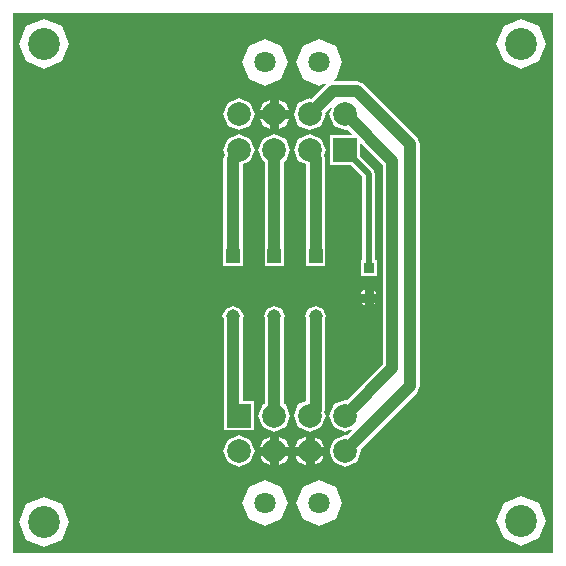
<source format=gtl>
G04*
G04 #@! TF.GenerationSoftware,Altium Limited,Altium Designer,19.1.7 (138)*
G04*
G04 Layer_Physical_Order=1*
G04 Layer_Color=255*
%FSLAX25Y25*%
%MOIN*%
G70*
G01*
G75*
%ADD20C,0.03000*%
%ADD21C,0.04000*%
%ADD22C,0.02000*%
%ADD23C,0.04500*%
%ADD24R,0.04500X0.04500*%
%ADD25C,0.07087*%
%ADD26R,0.07874X0.07874*%
%ADD27C,0.07874*%
%ADD28C,0.03543*%
%ADD29R,0.03543X0.03543*%
%ADD30C,0.10630*%
G36*
X169636Y-10187D02*
X-10187D01*
X-10187Y169636D01*
X169636D01*
Y-10187D01*
D02*
G37*
%LPC*%
G36*
X159055Y167776D02*
X153167Y165337D01*
X150728Y159449D01*
X153167Y153561D01*
X159055Y151122D01*
X164943Y153561D01*
X167382Y159449D01*
X164943Y165337D01*
X159055Y167776D01*
D02*
G37*
G36*
X0D02*
X-5888Y165337D01*
X-8327Y159449D01*
X-5888Y153561D01*
X0Y151122D01*
X5888Y153561D01*
X8327Y159449D01*
X5888Y165337D01*
X0Y167776D01*
D02*
G37*
G36*
X73622Y160837D02*
X68186Y158586D01*
X65934Y153150D01*
X68186Y147714D01*
X73622Y145462D01*
X79058Y147714D01*
X81310Y153150D01*
X79058Y158586D01*
X73622Y160837D01*
D02*
G37*
G36*
X91732D02*
X86296Y158586D01*
X84045Y153150D01*
X86296Y147714D01*
X91732Y145462D01*
X93757Y146301D01*
X94041Y145877D01*
X89114Y140950D01*
X88583Y141171D01*
X84804Y139605D01*
X83239Y135827D01*
X84804Y132048D01*
X88583Y130483D01*
X92361Y132048D01*
X93927Y135827D01*
X93706Y136358D01*
X95470Y138122D01*
X95885Y137844D01*
X95050Y135827D01*
X96615Y132048D01*
X100394Y130483D01*
X101141Y130793D01*
X102519Y129415D01*
X102328Y128953D01*
X95457D01*
Y119079D01*
X102269D01*
X106103Y115245D01*
Y87417D01*
X105496D01*
Y81874D01*
X111039D01*
Y87417D01*
X110433D01*
Y116142D01*
X109799Y117673D01*
X105331Y122140D01*
Y125950D01*
X105793Y126141D01*
X112895Y119039D01*
Y52526D01*
X100925Y40557D01*
X100394Y40777D01*
X96615Y39212D01*
X95050Y35433D01*
X96615Y31655D01*
X100394Y30089D01*
X102411Y30925D01*
X102689Y30509D01*
X100925Y28746D01*
X100394Y28966D01*
X96615Y27401D01*
X95050Y23622D01*
X96615Y19843D01*
X100394Y18278D01*
X104172Y19843D01*
X105737Y23622D01*
X105517Y24153D01*
X124343Y42979D01*
X125294Y45276D01*
Y125984D01*
X124343Y128280D01*
X106627Y145997D01*
X104331Y146948D01*
X96626D01*
X96527Y147448D01*
X97168Y147714D01*
X99420Y153150D01*
X97168Y158586D01*
X91732Y160837D01*
D02*
G37*
G36*
X77272Y140963D02*
Y136327D01*
X81908D01*
X80550Y139605D01*
X77272Y140963D01*
D02*
G37*
G36*
X76272D02*
X72993Y139605D01*
X71635Y136327D01*
X76272D01*
Y140963D01*
D02*
G37*
G36*
X81908Y135327D02*
X77272D01*
Y130690D01*
X80550Y132048D01*
X81908Y135327D01*
D02*
G37*
G36*
X76272D02*
X71635D01*
X72993Y132048D01*
X76272Y130690D01*
Y135327D01*
D02*
G37*
G36*
X64961Y141171D02*
X61182Y139605D01*
X59617Y135827D01*
X61182Y132048D01*
X64961Y130483D01*
X68739Y132048D01*
X70304Y135827D01*
X68739Y139605D01*
X64961Y141171D01*
D02*
G37*
G36*
X88583Y129359D02*
X84804Y127794D01*
X83239Y124016D01*
X84804Y120237D01*
X87304Y119202D01*
Y91833D01*
X87301D01*
Y85333D01*
X93801D01*
Y91833D01*
X93798D01*
Y120999D01*
X93238Y122353D01*
X93927Y124016D01*
X92361Y127794D01*
X88583Y129359D01*
D02*
G37*
G36*
X76772D02*
X72993Y127794D01*
X71428Y124016D01*
X72993Y120237D01*
X73524Y120017D01*
Y91833D01*
X73522D01*
Y85333D01*
X80022D01*
Y91833D01*
X80019D01*
Y120017D01*
X80550Y120237D01*
X82115Y124016D01*
X80550Y127794D01*
X76772Y129359D01*
D02*
G37*
G36*
X64961D02*
X61182Y127794D01*
X59617Y124016D01*
X60306Y122353D01*
X59745Y120999D01*
Y91833D01*
X59742D01*
Y85333D01*
X66242D01*
Y91833D01*
X66239D01*
Y119202D01*
X68739Y120237D01*
X70304Y124016D01*
X68739Y127794D01*
X64961Y129359D01*
D02*
G37*
G36*
X108768Y77596D02*
Y75303D01*
X111061D01*
X110389Y76925D01*
X108768Y77596D01*
D02*
G37*
G36*
X107768Y77596D02*
X106146Y76925D01*
X105475Y75303D01*
X107768D01*
Y77596D01*
D02*
G37*
G36*
Y74303D02*
X105475D01*
X106146Y72682D01*
X107768Y72010D01*
Y74303D01*
D02*
G37*
G36*
X111061D02*
X108768D01*
Y72010D01*
X110389Y72682D01*
X111061Y74303D01*
D02*
G37*
G36*
X62992Y72100D02*
X60505Y71070D01*
X59474Y68583D01*
X59841Y67699D01*
Y37306D01*
X60024Y36864D01*
Y30496D01*
X69898D01*
Y40370D01*
X66335D01*
Y68160D01*
X66510Y68583D01*
X65480Y71070D01*
X62992Y72100D01*
D02*
G37*
G36*
X90551D02*
X88064Y71070D01*
X87033Y68583D01*
X87304Y67929D01*
Y40247D01*
X84804Y39212D01*
X83239Y35433D01*
X84804Y31655D01*
X88583Y30089D01*
X92361Y31655D01*
X93927Y35433D01*
X93455Y36572D01*
X93798Y37402D01*
Y67929D01*
X94069Y68583D01*
X93039Y71070D01*
X90551Y72100D01*
D02*
G37*
G36*
X76772D02*
X74284Y71070D01*
X73254Y68583D01*
X73524Y67929D01*
Y39432D01*
X72993Y39212D01*
X71428Y35433D01*
X72993Y31655D01*
X76772Y30089D01*
X80550Y31655D01*
X82115Y35433D01*
X80550Y39212D01*
X80019Y39432D01*
Y67929D01*
X80289Y68583D01*
X79259Y71070D01*
X76772Y72100D01*
D02*
G37*
G36*
X89083Y28759D02*
Y24122D01*
X93719D01*
X92361Y27401D01*
X89083Y28759D01*
D02*
G37*
G36*
X77272Y28759D02*
Y24122D01*
X81908D01*
X80550Y27401D01*
X77272Y28759D01*
D02*
G37*
G36*
X76272Y28759D02*
X72993Y27401D01*
X71635Y24122D01*
X76272D01*
Y28759D01*
D02*
G37*
G36*
X88083Y28759D02*
X84804Y27401D01*
X83446Y24122D01*
X88083D01*
Y28759D01*
D02*
G37*
G36*
X76272Y23122D02*
X71635D01*
X72993Y19843D01*
X76272Y18485D01*
Y23122D01*
D02*
G37*
G36*
X93719D02*
X89083D01*
Y18485D01*
X92361Y19843D01*
X93719Y23122D01*
D02*
G37*
G36*
X88083D02*
X83446D01*
X84804Y19843D01*
X88083Y18485D01*
Y23122D01*
D02*
G37*
G36*
X81908D02*
X77272D01*
Y18485D01*
X80550Y19843D01*
X81908Y23122D01*
D02*
G37*
G36*
X64961Y28966D02*
X61182Y27401D01*
X59617Y23622D01*
X61182Y19843D01*
X64961Y18278D01*
X68739Y19843D01*
X70304Y23622D01*
X68739Y27401D01*
X64961Y28966D01*
D02*
G37*
G36*
X91732Y13987D02*
X86296Y11735D01*
X84045Y6299D01*
X86296Y863D01*
X91732Y-1388D01*
X97168Y863D01*
X99420Y6299D01*
X97168Y11735D01*
X91732Y13987D01*
D02*
G37*
G36*
X73622D02*
X68186Y11735D01*
X65934Y6299D01*
X68186Y863D01*
X73622Y-1388D01*
X79058Y863D01*
X81310Y6299D01*
X79058Y11735D01*
X73622Y13987D01*
D02*
G37*
G36*
X159055Y8720D02*
X153167Y6282D01*
X150728Y394D01*
X153167Y-5494D01*
X159055Y-7933D01*
X164943Y-5494D01*
X167382Y394D01*
X164943Y6282D01*
X159055Y8720D01*
D02*
G37*
G36*
X0Y8327D02*
X-5888Y5888D01*
X-8327Y0D01*
X-5888Y-5888D01*
X0Y-8327D01*
X5888Y-5888D01*
X8327Y0D01*
X5888Y5888D01*
X0Y8327D01*
D02*
G37*
%LPD*%
D20*
X108268Y75787D02*
Y79724D01*
X109252Y74803D02*
X111061D01*
X108268D02*
X109252D01*
X103347D02*
X107283D01*
X108268D02*
Y75787D01*
Y69882D02*
Y73819D01*
X87598Y23622D02*
X88583D01*
X83661D02*
X87598D01*
X88583Y24606D02*
Y28543D01*
X89567Y23622D02*
X93504D01*
X88583D02*
X89567D01*
X88583D02*
Y24606D01*
Y22638D02*
Y23622D01*
Y18701D02*
Y22638D01*
X76772Y24606D02*
Y28543D01*
Y23622D02*
Y24606D01*
Y22638D02*
Y23622D01*
Y18701D02*
Y22638D01*
X77756Y135827D02*
X81693D01*
X76772D02*
X77756D01*
X75787D02*
X76772D01*
X71850D02*
X75787D01*
X76772Y136811D02*
Y140748D01*
Y134843D02*
Y135827D01*
Y136811D01*
Y130905D02*
Y134843D01*
X77756Y23622D02*
X81693D01*
X76772D02*
X77756D01*
X75787D02*
X76772D01*
X71850D02*
X75787D01*
D21*
X100699Y135827D02*
X116142Y120384D01*
Y51181D02*
Y120384D01*
X100394Y135827D02*
X100699D01*
X100394Y35433D02*
X116142Y51181D01*
X104331Y143701D02*
X122047Y125984D01*
Y45276D02*
Y125984D01*
X100394Y23622D02*
X122047Y45276D01*
X88583Y135827D02*
X96457Y143701D01*
X88583Y135827D02*
Y135827D01*
X96457Y143701D02*
X104331D01*
X88583Y122968D02*
Y124016D01*
Y122968D02*
X90551Y120999D01*
Y88583D02*
Y120999D01*
X76772Y88583D02*
Y124016D01*
X64961Y122968D02*
Y124016D01*
X62992Y120999D02*
X64961Y122968D01*
X62992Y88583D02*
Y120999D01*
X90551Y37402D02*
Y68583D01*
X88583Y35433D02*
X90551Y37402D01*
X76772Y35433D02*
Y68583D01*
X62992D02*
X63088Y68487D01*
Y37306D02*
Y68487D01*
Y37306D02*
X64961Y35433D01*
D22*
X100394Y124016D02*
X108268Y116142D01*
Y84646D02*
Y116142D01*
D23*
X90551Y68583D02*
D03*
X76772D02*
D03*
X62992D02*
D03*
D24*
X90551Y88583D02*
D03*
X76772D02*
D03*
X62992D02*
D03*
D25*
X73622Y6299D02*
D03*
X91732D02*
D03*
Y153150D02*
D03*
X73622D02*
D03*
D26*
X64961Y35433D02*
D03*
X100394Y124016D02*
D03*
D27*
X76772Y35433D02*
D03*
X88583D02*
D03*
X100394D02*
D03*
X64961Y23622D02*
D03*
X76772D02*
D03*
X88583D02*
D03*
X100394D02*
D03*
X88583Y124016D02*
D03*
X76772D02*
D03*
X64961D02*
D03*
X100394Y135827D02*
D03*
X88583D02*
D03*
X76772D02*
D03*
X64961D02*
D03*
D28*
X108268Y74803D02*
D03*
D29*
Y84646D02*
D03*
D30*
X0Y0D02*
D03*
X159055Y394D02*
D03*
Y159449D02*
D03*
X0D02*
D03*
M02*

</source>
